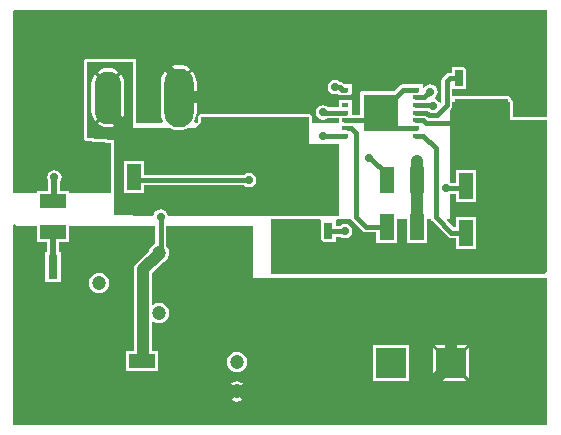
<source format=gtl>
G04*
G04 #@! TF.GenerationSoftware,Altium Limited,Altium Designer,20.0.2 (26)*
G04*
G04 Layer_Physical_Order=1*
G04 Layer_Color=255*
%FSLAX44Y44*%
%MOMM*%
G71*
G01*
G75*
%ADD15R,2.2000X1.2000*%
%ADD16R,1.2000X2.2000*%
%ADD17R,2.7500X1.2000*%
%ADD18R,0.8000X2.0000*%
%ADD19R,0.8000X1.2000*%
%ADD20R,3.0000X3.1000*%
%ADD21R,0.6000X0.3950*%
%ADD35R,0.7100X1.3720*%
%ADD36C,1.0000*%
%ADD37C,0.5000*%
%ADD38C,0.3950*%
%ADD39C,1.2000*%
%ADD40R,2.5000X2.5000*%
%ADD41O,2.5000X5.0000*%
%ADD42O,2.2500X4.5000*%
%ADD43C,0.7000*%
G36*
X452120Y350750D02*
Y260688D01*
X452000Y260590D01*
X422840D01*
Y273190D01*
X422643Y274181D01*
X422081Y275021D01*
X421430Y275457D01*
Y275510D01*
X421233Y276501D01*
X420671Y277341D01*
X419831Y277903D01*
X418840Y278100D01*
X373640D01*
X372904Y277953D01*
X372022Y278426D01*
X371633Y278752D01*
Y283970D01*
X383280D01*
Y302770D01*
X371100D01*
Y297973D01*
X369570D01*
X367808Y297623D01*
X366315Y296625D01*
X366315Y296625D01*
X363775Y294085D01*
X362777Y292592D01*
X362426Y290830D01*
X362427Y290830D01*
Y273229D01*
X361735Y272682D01*
X360288Y272958D01*
X359355Y274355D01*
X357357Y275690D01*
X356976Y275765D01*
X356708Y277113D01*
X357415Y277585D01*
X358750Y279583D01*
X359218Y281940D01*
X358750Y284297D01*
X357415Y286295D01*
X355417Y287630D01*
X353060Y288098D01*
X350703Y287630D01*
X348705Y286295D01*
X347960Y285179D01*
X346690Y285564D01*
Y288175D01*
X341595D01*
X341150Y288263D01*
X330150D01*
X330150Y288263D01*
X328388Y287913D01*
X326895Y286915D01*
X322180Y282200D01*
X293610D01*
Y262264D01*
X286690D01*
Y275175D01*
X275610D01*
Y268773D01*
X266426D01*
X264457Y270090D01*
X262100Y270558D01*
X259743Y270090D01*
X257745Y268755D01*
X256411Y266757D01*
X255942Y264400D01*
X256411Y262043D01*
X257745Y260045D01*
X259743Y258710D01*
X262100Y258242D01*
X264457Y258710D01*
X265738Y259567D01*
X275610D01*
Y256230D01*
Y255480D01*
X252780D01*
Y256230D01*
Y260350D01*
X252583Y261341D01*
X252021Y262181D01*
X251181Y262743D01*
X250190Y262940D01*
X158750D01*
X157759Y262743D01*
X156919Y262181D01*
X156357Y261341D01*
X156160Y260350D01*
Y256548D01*
X156147Y256538D01*
X155089Y255480D01*
X153757D01*
X152996Y256750D01*
X153972Y258577D01*
X154832Y261412D01*
X155123Y264360D01*
Y289360D01*
X154832Y292308D01*
X153972Y295143D01*
X152576Y297756D01*
X151506Y299060D01*
X140908Y288462D01*
X140010Y289360D01*
X139112Y288462D01*
X128514Y299060D01*
X127444Y297756D01*
X126048Y295143D01*
X125188Y292308D01*
X124897Y289360D01*
Y264360D01*
X125188Y261412D01*
X126048Y258577D01*
X127024Y256750D01*
X126263Y255480D01*
X104190D01*
Y290830D01*
Y307281D01*
X103993Y308272D01*
X103880Y308441D01*
Y309480D01*
X102881D01*
X102591Y309674D01*
X101600Y309871D01*
X62000D01*
X61009Y309674D01*
X60169Y309112D01*
X59607Y308272D01*
X59410Y307281D01*
Y243000D01*
X59486Y242620D01*
X59526Y242234D01*
X59584Y242128D01*
X59607Y242009D01*
X59823Y241686D01*
X60008Y241346D01*
X60102Y241269D01*
X60169Y241169D01*
X60491Y240953D01*
X60792Y240709D01*
X60908Y240675D01*
X61009Y240607D01*
X61389Y240532D01*
X61761Y240421D01*
X82500Y238499D01*
D01*
D01*
X82500Y197080D01*
D01*
Y196330D01*
X47440D01*
Y197080D01*
Y197940D01*
X39839D01*
Y206119D01*
X40390Y206943D01*
X40858Y209300D01*
X40390Y211657D01*
X39055Y213655D01*
X37057Y214989D01*
X34700Y215458D01*
X32343Y214989D01*
X30345Y213655D01*
X29011Y211657D01*
X28542Y209300D01*
X29011Y206943D01*
X29561Y206119D01*
Y197940D01*
X20360D01*
Y197080D01*
Y196330D01*
X0D01*
Y350000D01*
X720D01*
Y350750D01*
X452120Y350750D01*
D02*
G37*
G36*
X418840Y273190D02*
X420250D01*
Y258000D01*
X452000D01*
Y129730D01*
X449460Y127190D01*
X218320D01*
Y173940D01*
X259535D01*
X260610Y173470D01*
X260610Y172670D01*
Y154670D01*
X272790D01*
Y159227D01*
X276688D01*
X278313Y158140D01*
X280670Y157672D01*
X283027Y158140D01*
X285025Y159475D01*
X286360Y161473D01*
X286828Y163830D01*
X286360Y166187D01*
X285025Y168185D01*
X283027Y169520D01*
X280670Y169988D01*
X278313Y169520D01*
X276688Y168433D01*
X272790D01*
X272790Y173470D01*
X273865Y173940D01*
X275590D01*
X276581Y174137D01*
X276645Y174180D01*
X285846D01*
X286745Y172835D01*
X295195Y164385D01*
X295195Y164385D01*
X296688Y163387D01*
X298450Y163037D01*
X307390D01*
Y154100D01*
X324470D01*
Y174180D01*
X333390D01*
Y154100D01*
X350470D01*
Y174180D01*
X353627D01*
X353732Y173653D01*
X354730Y172160D01*
X367585Y159305D01*
X367585Y159305D01*
X369078Y158307D01*
X370840Y157956D01*
X370840Y157957D01*
X374700D01*
Y149020D01*
X391780D01*
Y176100D01*
X374700D01*
Y167163D01*
X372747D01*
X366904Y173007D01*
X367390Y174180D01*
X369450D01*
Y195041D01*
X369982Y195397D01*
X374700D01*
Y188390D01*
X391780D01*
Y215470D01*
X374700D01*
Y204604D01*
X369982D01*
X369450Y204959D01*
Y266605D01*
X370285Y267440D01*
X371283Y268933D01*
X371633Y270695D01*
X371633Y270695D01*
Y273190D01*
X373640D01*
Y275510D01*
X418840D01*
Y273190D01*
D02*
G37*
G36*
X101600Y290830D02*
Y251000D01*
X133281Y250903D01*
X134227Y250398D01*
X137062Y249538D01*
X140010Y249247D01*
X142958Y249538D01*
X145793Y250398D01*
X146662Y250862D01*
X158750Y250825D01*
Y260350D01*
X250190D01*
Y237490D01*
X275590D01*
Y176530D01*
X190500D01*
X130601Y176891D01*
X130290Y178457D01*
X128955Y180455D01*
X126957Y181790D01*
X124600Y182258D01*
X122243Y181790D01*
X120245Y180455D01*
X118911Y178457D01*
X118613Y176963D01*
X85090Y177165D01*
X85090Y240860D01*
X62000Y243000D01*
Y307281D01*
X101600D01*
Y290830D01*
D02*
G37*
G36*
X3000Y168000D02*
X20360D01*
Y154860D01*
X28461D01*
Y145890D01*
X27060D01*
Y120810D01*
X40140D01*
Y145890D01*
X38739D01*
Y154860D01*
X47440D01*
Y168000D01*
X119997D01*
Y153396D01*
X118943Y152960D01*
X117159Y151591D01*
X115790Y149807D01*
X114930Y147729D01*
X114879Y147343D01*
X104332Y136796D01*
X103124Y135221D01*
X102364Y133387D01*
X102105Y131419D01*
Y62740D01*
X95460D01*
Y45660D01*
X122540D01*
Y62740D01*
X117315D01*
Y86854D01*
X118454Y87416D01*
X118943Y87040D01*
X121021Y86180D01*
X123250Y85886D01*
X125479Y86180D01*
X127557Y87040D01*
X129341Y88409D01*
X130710Y90193D01*
X131570Y92271D01*
X131864Y94500D01*
X131570Y96729D01*
X130710Y98807D01*
X129341Y100591D01*
X127557Y101960D01*
X125479Y102820D01*
X123250Y103114D01*
X121021Y102820D01*
X118943Y101960D01*
X118454Y101584D01*
X117315Y102146D01*
Y128269D01*
X126754Y137708D01*
X127557Y138040D01*
X129341Y139409D01*
X130710Y141193D01*
X131570Y143271D01*
X131864Y145500D01*
X131570Y147729D01*
X130710Y149807D01*
X129341Y151591D01*
X129203Y151696D01*
Y168000D01*
X203000D01*
Y125000D01*
X204000Y124000D01*
X452000D01*
Y0D01*
X0D01*
Y169341D01*
X1173Y169827D01*
X3000Y168000D01*
D02*
G37*
%LPC*%
G36*
X140010Y304473D02*
X137062Y304182D01*
X134227Y303322D01*
X131614Y301926D01*
X130310Y300856D01*
X140010Y291156D01*
X149710Y300856D01*
X148406Y301926D01*
X145793Y303322D01*
X142958Y304182D01*
X140010Y304473D01*
D02*
G37*
G36*
X272170Y291988D02*
X269813Y291520D01*
X267815Y290185D01*
X266480Y288187D01*
X266012Y285830D01*
X266480Y283473D01*
X267815Y281475D01*
X269813Y280140D01*
X272170Y279672D01*
X274362Y280108D01*
X274857Y279896D01*
X275610Y279337D01*
Y279145D01*
X277895D01*
X278340Y279056D01*
X278340Y279057D01*
X281150D01*
X281595Y279145D01*
X286690D01*
Y288175D01*
X281595D01*
X281150Y288263D01*
X280247D01*
X279425Y289085D01*
X277932Y290083D01*
X276170Y290434D01*
X276170Y290434D01*
X276152D01*
X274527Y291520D01*
X272170Y291988D01*
D02*
G37*
G36*
X80010Y302019D02*
X76410Y301545D01*
X73056Y300156D01*
X71375Y298866D01*
X80010Y290231D01*
X88645Y298866D01*
X86965Y300156D01*
X83610Y301545D01*
X80010Y302019D01*
D02*
G37*
G36*
X69254Y296745D02*
X67965Y295065D01*
X66575Y291710D01*
X66101Y288110D01*
Y265610D01*
X66575Y262010D01*
X67965Y258655D01*
X69254Y256975D01*
X78949Y266671D01*
X80010Y265610D01*
X81071Y266671D01*
X90766Y256975D01*
X92056Y258655D01*
X93445Y262010D01*
X93919Y265610D01*
Y288110D01*
X93445Y291710D01*
X92056Y295065D01*
X90766Y296745D01*
X81071Y287049D01*
X80010Y288110D01*
X78949Y287049D01*
X69254Y296745D01*
D02*
G37*
G36*
X80010Y263489D02*
X71375Y254854D01*
X73056Y253564D01*
X76410Y252175D01*
X80010Y251701D01*
X83610Y252175D01*
X86965Y253564D01*
X88645Y254854D01*
X80010Y263489D01*
D02*
G37*
G36*
X110540Y223540D02*
X93460D01*
Y196460D01*
X110540D01*
Y202496D01*
X195618D01*
X197243Y201410D01*
X199600Y200942D01*
X201957Y201410D01*
X203955Y202745D01*
X205290Y204743D01*
X205758Y207100D01*
X205290Y209457D01*
X203955Y211455D01*
X201957Y212789D01*
X199600Y213258D01*
X197243Y212789D01*
X195618Y211703D01*
X110540D01*
Y223540D01*
D02*
G37*
G36*
X72750Y128614D02*
X70521Y128320D01*
X68443Y127460D01*
X66659Y126091D01*
X65290Y124307D01*
X64430Y122229D01*
X64136Y120000D01*
X64430Y117771D01*
X65290Y115693D01*
X66659Y113909D01*
X68443Y112540D01*
X70521Y111680D01*
X72750Y111386D01*
X74979Y111680D01*
X77057Y112540D01*
X78841Y113909D01*
X80210Y115693D01*
X81070Y117771D01*
X81364Y120000D01*
X81070Y122229D01*
X80210Y124307D01*
X78841Y126091D01*
X77057Y127460D01*
X74979Y128320D01*
X72750Y128614D01*
D02*
G37*
G36*
X383844Y67440D02*
X357356D01*
X370600Y54196D01*
X383844Y67440D01*
D02*
G37*
G36*
X189230Y61754D02*
X187001Y61460D01*
X184923Y60600D01*
X183139Y59231D01*
X181770Y57447D01*
X180910Y55369D01*
X180616Y53140D01*
X180910Y50911D01*
X181770Y48833D01*
X183139Y47049D01*
X184923Y45680D01*
X187001Y44820D01*
X189230Y44526D01*
X191459Y44820D01*
X193537Y45680D01*
X195321Y47049D01*
X196690Y48833D01*
X197550Y50911D01*
X197844Y53140D01*
X197550Y55369D01*
X196690Y57447D01*
X195321Y59231D01*
X193537Y60600D01*
X191459Y61460D01*
X189230Y61754D01*
D02*
G37*
G36*
X385640Y65644D02*
X372396Y52400D01*
X385640Y39156D01*
Y65644D01*
D02*
G37*
G36*
X355560Y65644D02*
Y39156D01*
X368804Y52400D01*
X355560Y65644D01*
D02*
G37*
G36*
X370600Y50604D02*
X357356Y37360D01*
X383844D01*
X370600Y50604D01*
D02*
G37*
G36*
X334840Y67440D02*
X304760D01*
Y37360D01*
X334840D01*
Y67440D01*
D02*
G37*
G36*
X189230Y36754D02*
X187001Y36460D01*
X184923Y35600D01*
X184155Y35011D01*
X189230Y29936D01*
X194305Y35011D01*
X193537Y35600D01*
X191459Y36460D01*
X189230Y36754D01*
D02*
G37*
G36*
X196101Y33215D02*
X191026Y28140D01*
X196101Y23066D01*
X196690Y23833D01*
X197550Y25911D01*
X197844Y28140D01*
X197550Y30369D01*
X196690Y32447D01*
X196101Y33215D01*
D02*
G37*
G36*
X182359D02*
X181770Y32447D01*
X180910Y30369D01*
X180616Y28140D01*
X180910Y25911D01*
X181770Y23833D01*
X182359Y23066D01*
X187434Y28140D01*
X182359Y33215D01*
D02*
G37*
G36*
X189230Y26344D02*
X184155Y21269D01*
X184923Y20680D01*
X187001Y19820D01*
X189230Y19526D01*
X191459Y19820D01*
X193537Y20680D01*
X194305Y21270D01*
X189230Y26344D01*
D02*
G37*
%LPD*%
D15*
X33900Y163400D02*
D03*
Y189400D02*
D03*
X190500Y251160D02*
D03*
Y277160D02*
D03*
X109000Y54200D02*
D03*
Y28200D02*
D03*
X228600Y251160D02*
D03*
Y277160D02*
D03*
D16*
X341930Y207010D02*
D03*
X315930D02*
D03*
X383240Y201930D02*
D03*
X409240D02*
D03*
X383240Y162560D02*
D03*
X409240D02*
D03*
X102000Y210000D02*
D03*
X76000D02*
D03*
X341930Y167640D02*
D03*
X315930D02*
D03*
D17*
X336600Y134200D02*
D03*
Y114200D02*
D03*
D18*
X33600Y133350D02*
D03*
D19*
Y111850D02*
D03*
D20*
X311150Y264160D02*
D03*
D21*
X281150Y244660D02*
D03*
Y251160D02*
D03*
Y257660D02*
D03*
Y264160D02*
D03*
Y270660D02*
D03*
Y277160D02*
D03*
Y283660D02*
D03*
X341150Y244660D02*
D03*
Y251160D02*
D03*
Y257660D02*
D03*
Y264160D02*
D03*
Y270660D02*
D03*
Y277160D02*
D03*
Y283660D02*
D03*
D35*
X266700Y219470D02*
D03*
X254000D02*
D03*
X241300D02*
D03*
X228600D02*
D03*
Y164070D02*
D03*
X241300D02*
D03*
X254000D02*
D03*
X266700D02*
D03*
X377190Y237970D02*
D03*
X389890D02*
D03*
X402590D02*
D03*
X415290D02*
D03*
Y293370D02*
D03*
X402590D02*
D03*
X389890D02*
D03*
X377190D02*
D03*
D36*
X370300Y51100D02*
Y106000D01*
X53160Y27640D02*
X123190D01*
X33600Y47200D02*
X53160Y27640D01*
X33600Y47200D02*
Y111850D01*
X338205Y308205D02*
X383428D01*
X322100Y292100D02*
X338205Y308205D01*
X300990Y292100D02*
X322100D01*
X383428Y308205D02*
X388440Y303193D01*
X362100Y114200D02*
X370300Y106000D01*
X336600Y114200D02*
X362100D01*
X347340Y28140D02*
X370300Y51100D01*
X189230Y28140D02*
X347340D01*
X123040Y144749D02*
Y146150D01*
X109710Y53715D02*
Y131419D01*
X241300Y162560D02*
X250190D01*
X109710Y131419D02*
X123040Y144749D01*
X123190Y27640D02*
X123690Y28140D01*
X256240Y277160D02*
X256240Y277160D01*
X228600Y277160D02*
X256240D01*
X341630Y207310D02*
X341930Y207010D01*
X341630Y207310D02*
Y223520D01*
X341930Y167640D02*
Y207010D01*
X228600Y219470D02*
Y251160D01*
X254000Y219470D02*
X266700D01*
X241300D02*
X254000D01*
X228600D02*
X241300D01*
X230050Y162560D02*
X241300D01*
X228600Y164010D02*
X230050Y162560D01*
X228600Y164010D02*
Y164070D01*
X273967Y135730D02*
X322580D01*
X250190Y159507D02*
X273967Y135730D01*
X250190Y159507D02*
Y162560D01*
X322580Y135730D02*
X387410D01*
X409240Y157560D01*
Y162560D01*
Y201930D01*
X415290Y237560D02*
Y237970D01*
X409240Y231510D02*
X415290Y237560D01*
X409240Y201930D02*
Y231510D01*
X402590Y237970D02*
X415290D01*
X389890D02*
X402590D01*
X377190D02*
X389890D01*
X402590Y293370D02*
X415290D01*
X389890D02*
X402590D01*
X388440Y294820D02*
X389890Y293370D01*
X388440Y294820D02*
Y303193D01*
X161525Y251160D02*
X190500D01*
X154685Y244320D02*
X161525Y251160D01*
X101300Y244320D02*
X154685D01*
X80010Y265610D02*
X101300Y244320D01*
X80010Y265610D02*
Y276860D01*
X123690Y28140D02*
X189230D01*
X190500Y251160D02*
X228600D01*
X190500Y277160D02*
X228600D01*
X140010Y276860D02*
X140160Y277010D01*
X190350D01*
X190500Y277160D01*
D37*
X33600Y163100D02*
X33900Y163400D01*
X33600Y133350D02*
Y163100D01*
X33900Y189400D02*
X34700Y190200D01*
Y209300D01*
X54610Y224790D02*
Y309491D01*
X64770Y214630D02*
X75900D01*
X54610Y224790D02*
X64770Y214630D01*
X256240Y277160D02*
X263190D01*
X140010Y276860D02*
Y294330D01*
X54610Y309491D02*
X57539Y312420D01*
X121920D01*
X140010Y294330D01*
D38*
X330150Y283660D02*
X341150D01*
X311150Y264660D02*
X330150Y283660D01*
X311150Y264160D02*
Y264660D01*
X281150Y257660D02*
X304650D01*
X311150Y264160D02*
X321945Y253365D01*
X304650Y257660D02*
X311150Y264160D01*
X120900Y146150D02*
X124600Y149850D01*
Y176100D01*
X281120Y264170D02*
X281140Y264150D01*
X262330Y264170D02*
X281120D01*
X262100Y264400D02*
X262330Y264170D01*
X281140Y264150D02*
X281150Y264160D01*
X120900Y146150D02*
X123040D01*
X103000Y207100D02*
X199600D01*
X101000Y210000D02*
X103000Y208000D01*
Y207100D02*
Y208000D01*
X278340Y283660D02*
X281150D01*
X276170Y285830D02*
X278340Y283660D01*
X272170Y285830D02*
X276170D01*
X357985Y175415D02*
Y233835D01*
Y175415D02*
X370840Y162560D01*
X347160Y244660D02*
X357985Y233835D01*
X367030Y270695D02*
Y290830D01*
X358320Y261985D02*
X367030Y270695D01*
X351680Y261985D02*
X358320D01*
X348992Y255495D02*
X372868D01*
X377190Y251173D01*
X381310Y200000D02*
X383240Y201930D01*
X346827Y257660D02*
X348992Y255495D01*
X341150Y257660D02*
X346827D01*
X349505Y264160D02*
X351680Y261985D01*
X341150Y264160D02*
X349505D01*
X366000Y200000D02*
X381310D01*
X377190Y243000D02*
Y251173D01*
X321945Y253365D02*
X324150Y251160D01*
X286020Y251150D02*
X290000Y247170D01*
Y176090D02*
Y247170D01*
Y176090D02*
X298450Y167640D01*
X341150Y270660D02*
X354340D01*
X355000Y270000D01*
X341150Y244660D02*
X347160D01*
X324150Y251160D02*
X341150D01*
X263190Y277160D02*
X281150D01*
X300990Y226060D02*
X301880D01*
X315930Y207010D02*
Y212010D01*
X301880Y226060D02*
X315930Y212010D01*
X262070Y244660D02*
X281150D01*
X283210Y251150D02*
X286020D01*
X266700Y164070D02*
X266940Y163830D01*
X280670D01*
X341150Y277160D02*
X347974D01*
X352754Y281940D01*
X353060D01*
X377190Y237970D02*
Y243000D01*
X369570Y293370D02*
X377190D01*
X367030Y290830D02*
X369570Y293370D01*
X370840Y162560D02*
X383240D01*
X298450Y167640D02*
X315930D01*
X281150Y277160D02*
X286050D01*
X300990Y292100D01*
D39*
X123250Y94500D02*
D03*
Y145500D02*
D03*
X72750Y120000D02*
D03*
X189230Y28140D02*
D03*
Y53140D02*
D03*
D40*
X370600Y52400D02*
D03*
X319800D02*
D03*
D41*
X140010Y276860D02*
D03*
D42*
X80010D02*
D03*
D43*
X265620Y196500D02*
D03*
Y205500D02*
D03*
X256600Y214500D02*
D03*
X247600D02*
D03*
X238600D02*
D03*
X265620Y214500D02*
D03*
Y187500D02*
D03*
X238600Y205500D02*
D03*
X247600D02*
D03*
X256600D02*
D03*
X229600D02*
D03*
X238600Y196500D02*
D03*
X247600D02*
D03*
X256600D02*
D03*
X229600D02*
D03*
X238600Y187500D02*
D03*
X247600D02*
D03*
X256600D02*
D03*
X229600D02*
D03*
Y214500D02*
D03*
X378000Y270000D02*
D03*
X34700Y209300D02*
D03*
X124600Y176100D02*
D03*
X262100Y264400D02*
D03*
X199600Y207100D02*
D03*
X311540Y253365D02*
D03*
X301135Y253175D02*
D03*
X310905Y264478D02*
D03*
X300500Y264287D02*
D03*
X321945Y253365D02*
D03*
X300500Y275400D02*
D03*
X321310Y275590D02*
D03*
X366000Y200000D02*
D03*
X272170Y285830D02*
D03*
X355000Y270000D02*
D03*
X378000Y243000D02*
D03*
X405000D02*
D03*
X396000D02*
D03*
X387000D02*
D03*
X378000Y252000D02*
D03*
X405000D02*
D03*
X396000D02*
D03*
X387000D02*
D03*
X378000Y261000D02*
D03*
X405000D02*
D03*
X396000D02*
D03*
X387000D02*
D03*
X414020Y243000D02*
D03*
Y270000D02*
D03*
X387000Y270000D02*
D03*
X396000D02*
D03*
X405000D02*
D03*
X414020Y261000D02*
D03*
Y252000D02*
D03*
X310905Y275590D02*
D03*
X321310Y264478D02*
D03*
X300990Y226060D02*
D03*
X262070Y244660D02*
D03*
X280670Y163830D02*
D03*
X353060Y281940D02*
D03*
X341630Y223520D02*
D03*
M02*

</source>
